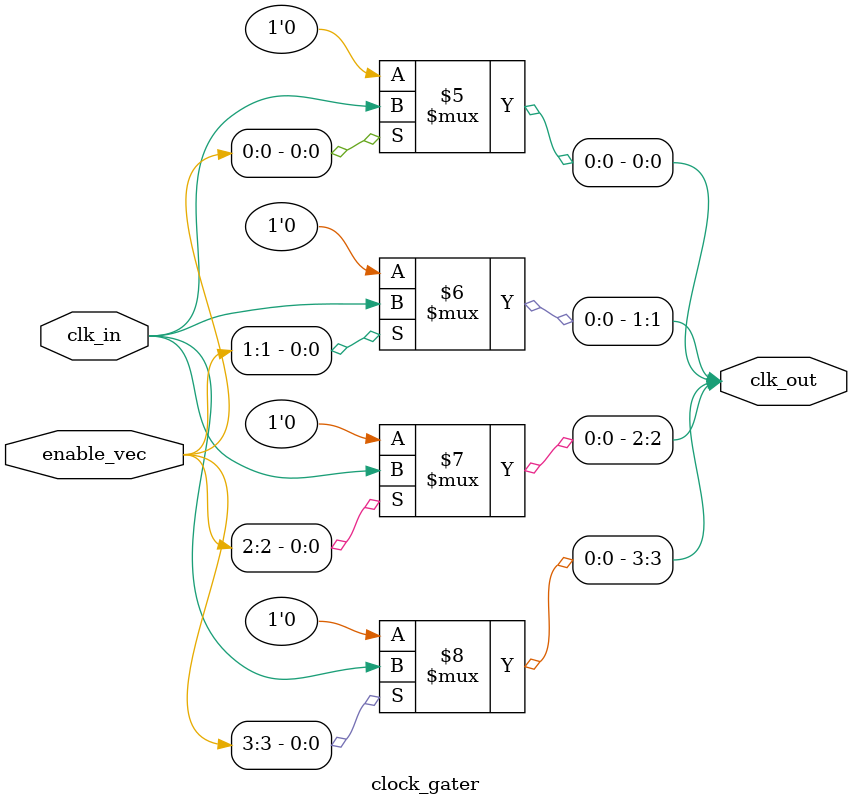
<source format=sv>

module priority_clock_gate (
    input  wire       clk_in,
    input  wire [3:0] prio_vec,
    input  wire [3:0] req_vec,
    output wire [3:0] clk_out
);
    wire [3:0] grant_vec;
    
    // 优先级仲裁器子模块实例化
    priority_arbiter u_priority_arbiter (
        .prio_vec   (prio_vec),
        .req_vec    (req_vec),
        .grant_vec  (grant_vec)
    );
    
    // 时钟门控子模块实例化
    clock_gater u_clock_gater (
        .clk_in     (clk_in),
        .enable_vec (grant_vec),
        .clk_out    (clk_out)
    );
    
endmodule

///////////////////////////////////////////////////////////////////////////////
// 优先级仲裁器子模块 - 计算每个请求的优先级授权
///////////////////////////////////////////////////////////////////////////////

module priority_arbiter (
    input  wire [3:0] prio_vec,
    input  wire [3:0] req_vec,
    output wire [3:0] grant_vec
);
    // 内部信号，表示每一级的优先级授权
    wire [3:0] level_grant;
    
    // 计算每一级的独立授权，考虑优先级
    assign level_grant[0] = req_vec[0] & prio_vec[0];
    assign level_grant[1] = req_vec[1] & prio_vec[1];
    assign level_grant[2] = req_vec[2] & prio_vec[2];
    assign level_grant[3] = req_vec[3] & prio_vec[3];
    
    // 应用优先级规则计算最终授权
    assign grant_vec[0] = req_vec[0];  // 最高优先级总是被授权
    assign grant_vec[1] = req_vec[1] & ~level_grant[0];  // 被0级屏蔽
    assign grant_vec[2] = req_vec[2] & ~(level_grant[0] | level_grant[1]);  // 被0和1级屏蔽
    assign grant_vec[3] = req_vec[3] & ~(level_grant[0] | level_grant[1] | level_grant[2]);  // 被0、1和2级屏蔽
    
endmodule

///////////////////////////////////////////////////////////////////////////////
// 时钟门控子模块 - 根据授权信号控制时钟输出
///////////////////////////////////////////////////////////////////////////////

module clock_gater (
    input  wire       clk_in,
    input  wire [3:0] enable_vec,
    output reg  [3:0] clk_out
);
    // 使用always块实现时钟门控以提高电源效率
    always @(*) begin
        integer i;
        for (i = 0; i < 4; i = i + 1) begin
            clk_out[i] = enable_vec[i] ? clk_in : 1'b0;
        end
    end
    
endmodule
</source>
